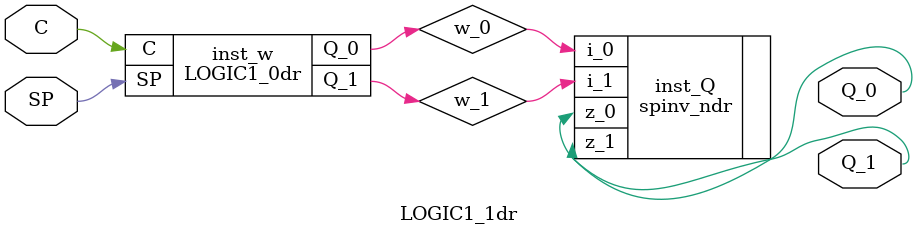
<source format=v>



module delay (A, Q);
  input A;
  output Q;

  BU1 inst_q (.A(A), .Q(Q));
endmodule


// DF8

module DF8_0dr (C, D_1, D_0, Q_1, Q_0, SP);
  input C;
  input D_1, D_0;
  output Q_1, Q_0;
  input SP;
  wire M_1, M_0;
  wire M_1_buf, M_0_buf;
  wire C_buf;
  wire D_1_buf, D_0_buf;
  wire w_1, w_0;
  
  delay inst_C_buf1 (.A(C), .Q(C_buf));

  delay inst_D_1_buf (.A(D_1), .Q(D_1_buf));
  delay inst_D_0_buf (.A(D_0), .Q(D_0_buf));

  ON211 inst_M_1 (.D(M_0), .C(C), .B(C_buf), .A(D_1_buf), .Q(M_1));
  ON211 inst_M_0 (.D(M_1), .C(C), .B(C_buf), .A(D_0_buf), .Q(M_0));

  delay inst_M_1_buf (.A(M_1), .Q(M_1_buf));
  delay inst_M_0_buf (.A(M_0), .Q(M_0_buf));

  AN211 inst_w_1 (.D(w_0), .C(C), .B(C_buf), .A(M_1_buf), .Q(w_1));
  AN211 inst_w_0 (.D(w_1), .C(C), .B(C_buf), .A(M_0_buf), .Q(w_0));

  spalt_ndr inst_Q (.C(C), .D_1(w_1), .D_0(w_0), .Q_1(Q_1), .Q_0(Q_0), .SP(SP));
endmodule


module DF82_0dr (C, D_1, D_0, Q_1, Q_0, SP);
  input C;
  input D_1, D_0;
  output Q_1, Q_0;
  input SP;
  wire w_1, w_0;

  DF8_0dr inst_w (.C(C), .D_1(D_1), .D_0(D_0), .Q_1(w_1), .Q_0(w_0), .SP(SP));

  BU2 inst_Q_1 (.A(w_1), .Q(Q_1));
  BU2 inst_Q_0 (.A(w_0), .Q(Q_0));
endmodule


module DF84_0dr (C, D_1, D_0, Q_1, Q_0, SP);
  input C;
  input D_1, D_0;
  input SP;
  output Q_1, Q_0;
  wire w_1, w_0;

  DF8_0dr inst_w (.C(C), .D_1(D_1), .D_0(D_0), .Q_1(w_1), .Q_0(w_0), .SP(SP));

  BU4 inst_Q_1 (.A(w_1), .Q(Q_1));
  BU4 inst_Q_0 (.A(w_0), .Q(Q_0));
endmodule


// DF9

module DF9_0dr (C, D_1, D_0, Q_1, Q_0, SN, SP);
  input C;
  input D_1, D_0;
  input SN;
  input SP;
  output Q_1, Q_0;
  wire S;
  wire w_1, w_0;

  DF8_0dr inst_w (.C(C), .D_1(D_1), .D_0(D_0), .Q_1(w_1), .Q_0(w_0), .SP(SP));

  IN1 inst_S (.A(SN), .Q(S));

  OR2 inst_Q_1 (.A(S), .B(w_1), .Q(Q_1));
  AND2 inst_Q_0 (.A(SN), .B(w_0), .Q(Q_0));
endmodule


module DF92_0dr (C, D_1, D_0, Q_1, Q_0, SN, SP);
  input C;
  input D_1, D_0;
  input SN;
  input SP;
  output Q_1, Q_0;
  wire S;
  wire w_1, w_0;

  DF8_0dr inst_w (.C(C), .D_1(D_1), .D_0(D_0), .Q_1(w_1), .Q_0(w_0), .SP(SP));

  IN1 inst_S (.A(SN), .Q(S));

  OR22 inst_Q_1 (.A(S), .B(w_1), .Q(Q_1));
  AND22 inst_Q_0 (.A(SN), .B(w_0), .Q(Q_0));
endmodule


module DF94_0dr (C, D_1, D_0, Q_1, Q_0, SN, SP);
  input C;
  input D_1, D_0;
  input SN;
  input SP;
  output Q_1, Q_0;
  wire S;
  wire w_1, w_0;

  DF8_0dr inst_w (.C(C), .D_1(D_1), .D_0(D_0), .Q_1(w_1), .Q_0(w_0), .SP(SP));

  IN1 inst_S (.A(SN), .Q(S));

  OR24 inst_Q_1 (.A(S), .B(w_1), .Q(Q_1));
  AND24 inst_Q_0 (.A(SN), .B(w_0), .Q(Q_0));
endmodule


// DFA

module DFA_0dr (C, D_1, D_0, Q_1, Q_0, RN, SP);
  input C;
  input D_1, D_0;
  input RN;
  input SP;
  output Q_1, Q_0;
  wire R;
  wire w_1, w_0;

  DF8_0dr inst_w (.C(C), .D_1(D_1), .D_0(D_0), .Q_1(w_1), .Q_0(w_0), .SP(SP));

  IN1 inst_R (.A(RN), .Q(R));

  AND2 inst_Q_1 (.A(RN), .B(w_1), .Q(Q_1));
  OR2 inst_Q_0 (.A(R), .B(w_0), .Q(Q_0));
endmodule


module DFA2_0dr (C, D_1, D_0, Q_1, Q_0, RN, SP);
  input C;
  input D_1, D_0;
  input RN;
  input SP;
  output Q_1, Q_0;
  wire R;
  wire w_1, w_0;

  DF8_0dr inst_w (.C(C), .D_1(D_1), .D_0(D_0), .Q_1(w_1), .Q_0(w_0), .SP(SP));

  IN1 inst_R (.A(RN), .Q(R));

  AND22 inst_Q_1 (.A(RN), .B(w_1), .Q(Q_1));
  OR22 inst_Q_0 (.A(R), .B(w_0), .Q(Q_0));
endmodule


module DFA4_0dr (C, D_1, D_0, Q_1, Q_0, RN, SP);
  input C;
  input D_1, D_0;
  input RN;
  input SP;
  output Q_1, Q_0;
  wire R;
  wire w_1, w_0;

  DF8_0dr inst_w (.C(C), .D_1(D_1), .D_0(D_0), .Q_1(w_1), .Q_0(w_0), .SP(SP));

  IN1 inst_R (.A(RN), .Q(R));

  AND24 inst_Q_1 (.A(RN), .B(w_1), .Q(Q_1));
  OR24 inst_Q_0 (.A(R), .B(w_0), .Q(Q_0));
endmodule


// DFB

module DFB_0dr (C, D_1, D_0, Q_1, Q_0, RN, SN, SP);
  input C;
  input D_1, D_0;
  input RN, SN;
  input SP;
  output Q_1, Q_0;
  wire R, S;
  wire w_1, w_0;

  DF8_0dr inst_w (.C(C), .D_1(D_1), .D_0(D_0), .Q_1(w_1), .Q_0(w_0), .SP(SP));

  IN1 inst_R (.A(RN), .Q(R));
  IN1 inst_S (.A(SN), .Q(S));

  OA21 inst_Q_1 (.A(w_1), .B(S), .C(RN), .Q(Q_1));
  OA21 inst_Q_0 (.A(w_0), .B(R), .C(SN), .Q(Q_0));
endmodule


module DFB2_0dr (C, D_1, D_0, Q_1, Q_0, RN, SN, SP);
  input C;
  input D_1, D_0;
  input RN, SN;
  input SP;
  output Q_1, Q_0;
  wire R, S;
  wire w_1, w_0;
  wire x_1, x_0;

  DF8_0dr inst_w (.C(C), .D_1(D_1), .D_0(D_0), .Q_1(w_1), .Q_0(w_0), .SP(SP));

  IN1 inst_R (.A(RN), .Q(R));
  IN1 inst_S (.A(SN), .Q(S));

  ON21 inst_x_1 (.A(w_1), .B(S), .C(RN), .Q(x_1));
  ON21 inst_x_0 (.A(w_0), .B(R), .C(SN), .Q(x_0));
  
  IN2 inst_Q_1 (.A(x_1), .Q(Q_1));
  IN2 inst_Q_0 (.A(x_0), .Q(Q_0));
endmodule


module DFB4_0dr (C, D_1, D_0, Q_1, Q_0, RN, SN, SP);
  input C;
  input D_1, D_0;
  input RN, SN;
  input SP;
  output Q_1, Q_0;
  wire R, S;
  wire w_1, w_0;
  wire x_1, x_0;

  DF8_0dr inst_w (.C(C), .D_1(D_1), .D_0(D_0), .Q_1(w_1), .Q_0(w_0), .SP(SP));

  IN1 inst_R (.A(RN), .Q(R));
  IN1 inst_S (.A(SN), .Q(S));

  ON21 inst_x_1 (.A(w_1), .B(S), .C(RN), .Q(x_1));
  ON21 inst_x_0 (.A(w_0), .B(R), .C(SN), .Q(x_0));
  
  IN4 inst_Q_1 (.A(x_1), .Q(Q_1));
  IN4 inst_Q_0 (.A(x_0), .Q(Q_0));
endmodule


// Tie-Down to Logic Low-Level

module LOGIC0_0dr (C, Q_1, Q_0, SP);
  input C;
  input SP;
  output Q_1, Q_0;
  wire w_1, w_0;

  LOGIC0 inst_w_1 (.Q(w_1));
  IN1 inst_w_0 (.A(C), .Q(w_0));

  spalt_ndr inst_Q (.C(C), .D_1(w_1), .D_0(w_0), .Q_1(Q_1), .Q_0(Q_0), .SP(SP));
endmodule


module LOGIC0_1dr (C, Q_1, Q_0, SP);
  input C;
  input SP;
  output Q_1, Q_0;
  wire w_1, w_0;

  LOGIC0_0dr inst_w (.C(C), .Q_1(w_1), .Q_0(w_0), .SP(SP));
  spinv_ndr inst_Q (.i_1(w_1), .i_0(w_0), .z_1(Q_1), .z_0(Q_0));
endmodule


// Tie-Up to Logic High-Level

module LOGIC1_0dr (C, Q_1, Q_0, SP);
  input C;
  input SP;
  output Q_1, Q_0;
  wire w_1, w_0;

  IN1 inst_w_1 (.A(C), .Q(w_1));
  LOGIC0 inst_w_0 (.Q(w_0));

  spalt_ndr inst_Q (.C(C), .D_1(w_1), .D_0(w_0), .Q_1(Q_1), .Q_0(Q_0), .SP(SP));
endmodule


module LOGIC1_1dr (C, Q_1, Q_0, SP);
  input C;
  input SP;
  output Q_1, Q_0;
  wire w_1, w_0;

  LOGIC1_0dr inst_w (.C(C), .Q_1(w_1), .Q_0(w_0), .SP(SP));
  spinv_ndr inst_Q (.i_1(w_1), .i_0(w_0), .z_1(Q_1), .z_0(Q_0));
endmodule

</source>
